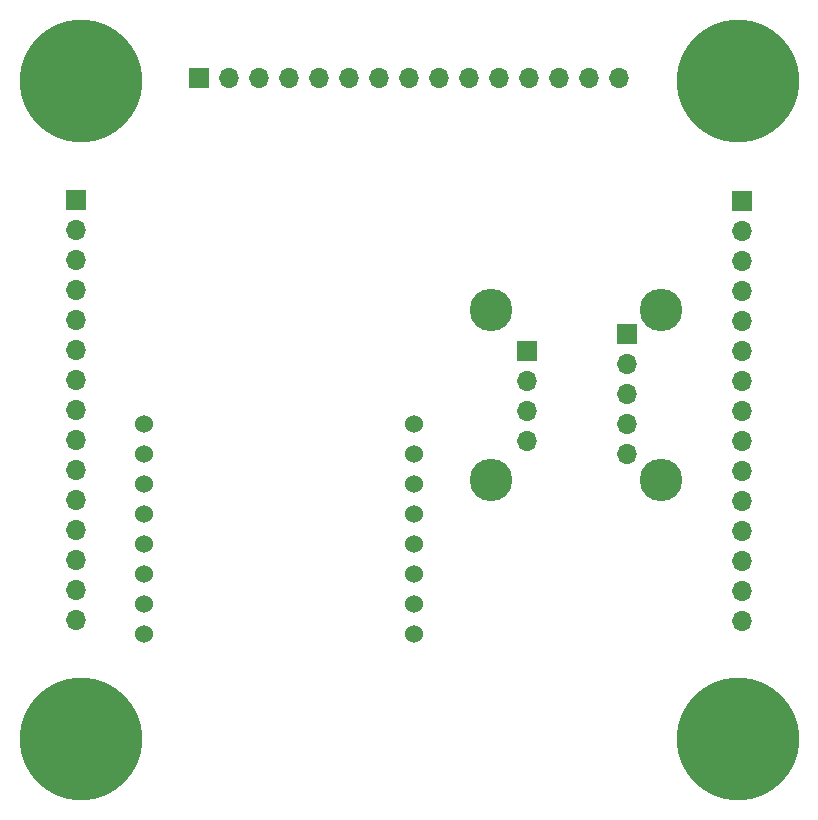
<source format=gbr>
%TF.GenerationSoftware,KiCad,Pcbnew,7.0.7*%
%TF.CreationDate,2024-04-01T01:40:14+05:30*%
%TF.ProjectId,FC_THT_STACK_2,46435f54-4854-45f5-9354-41434b5f322e,rev?*%
%TF.SameCoordinates,Original*%
%TF.FileFunction,Soldermask,Bot*%
%TF.FilePolarity,Negative*%
%FSLAX46Y46*%
G04 Gerber Fmt 4.6, Leading zero omitted, Abs format (unit mm)*
G04 Created by KiCad (PCBNEW 7.0.7) date 2024-04-01 01:40:14*
%MOMM*%
%LPD*%
G01*
G04 APERTURE LIST*
%ADD10C,3.600000*%
%ADD11R,1.700000X1.700000*%
%ADD12O,1.700000X1.700000*%
%ADD13C,10.400000*%
%ADD14C,1.524000*%
G04 APERTURE END LIST*
D10*
%TO.C,U2*%
X130070600Y-81543800D03*
X130070600Y-95943800D03*
X144470600Y-81543800D03*
X144470600Y-95943800D03*
D11*
X133070600Y-85013800D03*
D12*
X133070600Y-87553800D03*
X133070600Y-90093800D03*
X133070600Y-92633800D03*
X141540600Y-93813800D03*
X141540600Y-91273800D03*
X141540600Y-88733800D03*
X141540600Y-86193800D03*
D11*
X141540600Y-83653800D03*
%TD*%
%TO.C,U1*%
X151326800Y-72321800D03*
D12*
X151326800Y-74861800D03*
X151326800Y-77401800D03*
X151326800Y-79941800D03*
X151326800Y-82481800D03*
X151326800Y-85021800D03*
X151326800Y-87561800D03*
X151326800Y-90101800D03*
X151326800Y-92641800D03*
X151326800Y-95181800D03*
X151326800Y-97721800D03*
X151326800Y-100261800D03*
X151326800Y-102801800D03*
X151326800Y-105341800D03*
X151326800Y-107881800D03*
X94926800Y-107851800D03*
X94926800Y-105311800D03*
X94926800Y-102771800D03*
X94926800Y-100231800D03*
X94926800Y-97691800D03*
X94926800Y-95151800D03*
X94926800Y-92611800D03*
X94926800Y-90071800D03*
X94926800Y-87531800D03*
X94926800Y-84991800D03*
X94926800Y-82451800D03*
X94926800Y-79911800D03*
X94926800Y-77371800D03*
X94926800Y-74831800D03*
D11*
X94926800Y-72291800D03*
X105351800Y-61906800D03*
D12*
X107891800Y-61906800D03*
X110431800Y-61906800D03*
X112971800Y-61906800D03*
X115511800Y-61906800D03*
X118051800Y-61906800D03*
X120591800Y-61906800D03*
X123131800Y-61906800D03*
X125671800Y-61906800D03*
X128211800Y-61906800D03*
X130751800Y-61906800D03*
X133291800Y-61906800D03*
X135831800Y-61906800D03*
X138371800Y-61906800D03*
X140911800Y-61906800D03*
D13*
X150926800Y-117906800D03*
X95326800Y-117906800D03*
X95326800Y-62206800D03*
X150926800Y-62221800D03*
%TD*%
D14*
%TO.C,U3*%
X100694800Y-91262200D03*
X100694800Y-93802200D03*
X100694800Y-96342200D03*
X100694800Y-98882200D03*
X100694800Y-101422200D03*
X100694800Y-103962200D03*
X100694800Y-106502200D03*
X100694800Y-109042200D03*
X123494800Y-109042200D03*
X123494800Y-106502200D03*
X123494800Y-103962200D03*
X123494800Y-101422200D03*
X123494800Y-98882200D03*
X123494800Y-96342200D03*
X123494800Y-93802200D03*
X123494800Y-91262200D03*
%TD*%
M02*

</source>
